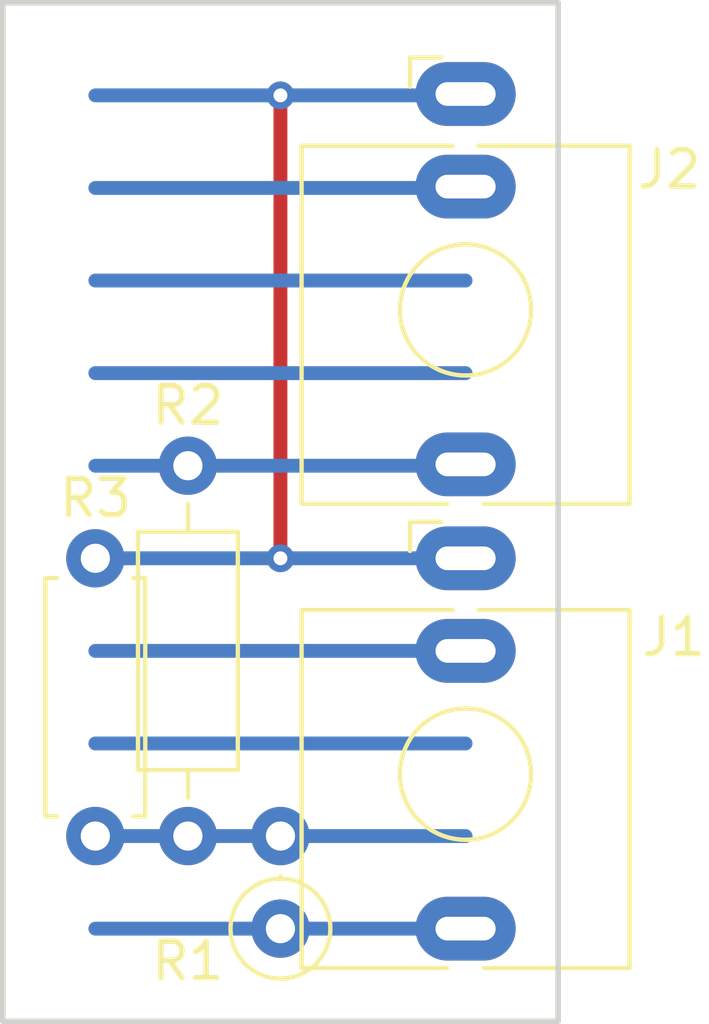
<source format=kicad_pcb>
(kicad_pcb (version 20221018) (generator pcbnew)
  (title_block (title "Attenuator") (date "2024-04-02") (rev "1.0") (company "https://lenp.net/synth/") (comment 1 "Len Popp") (comment 2 "Copyright © 2024 Len Popp CC BY") (comment 3 "Board settings comply with requirements of OSH Park https://oshpark.com/") (comment 4 "Eurorack attenuator dongle"))
  (layers (0 "F.Cu" signal) (31 "B.Cu" signal) (36 "B.SilkS" user "B.Silkscreen") (37 "F.SilkS" user "F.Silkscreen") (38 "B.Mask" user) (39 "F.Mask" user) (44 "Edge.Cuts" user))
  (net 0 "")
  (net 1 "GND")
  (net 2 "Net-(J1-PadT)")
  (net 3 "unconnected-(J1-PadTN)")
  (net 4 "Net-(J2-PadT)")
  (net 5 "unconnected-(J2-PadTN)")
  (net 6 "Net-(R1-Pad2)")
  (footprint "-lmp-misc:R_Axial_DIN0207_L6.3mm_D2.5mm_P10.16mm_Horizontal" (layer "F.Cu") (at 157.48 111.76 90)
    (fp_text reference "R2" (at 11.811 0 180) (layer "F.SilkS"))
    (fp_text value "10K")
    (fp_line (start 1.04 0) (end 1.81 0) (stroke (width 0.12)) (layer "F.SilkS"))
    (fp_line (start 1.81 -1.37) (end 1.81 1.37) (stroke (width 0.12)) (layer "F.SilkS"))
    (fp_line (start 1.81 1.37) (end 8.35 1.37) (stroke (width 0.12)) (layer "F.SilkS"))
    (fp_line (start 8.35 -1.37) (end 1.81 -1.37) (stroke (width 0.12)) (layer "F.SilkS"))
    (fp_line (start 8.35 1.37) (end 8.35 -1.37) (stroke (width 0.12)) (layer "F.SilkS"))
    (fp_line (start 9.12 0) (end 8.35 0) (stroke (width 0.12)) (layer "F.SilkS"))
    (pad "1" thru_hole circle (at 0 0 90) (size 1.6 1.6) (drill 0.8) (layers "*.Cu" "*.Mask") (net 6 "Net-(R1-Pad2)"))
    (pad "2" thru_hole oval (at 10.16 0 90) (size 1.6 1.6) (drill 0.8) (layers "*.Cu" "*.Mask") (net 4 "Net-(J2-PadT)"))
  )
  (footprint "-lmp-stripboard:SB_Gen_1" (layer "F.Cu") (at 160.02 114.3 90)
    (fp_text reference "R1" (at -0.889 -2.54 180) (layer "F.SilkS"))
    (fp_text value "10K")
    (fp_line (start 1.37 0) (end 1.44 0) (stroke (width 0.12)) (layer "F.SilkS"))
    (fp_circle (center 0 0) (end 1.37 0) (stroke (width 0.12)) (fill none) (layer "F.SilkS"))
    (pad "1" thru_hole circle (at 0 0 90) (size 1.6 1.6) (drill 0.8) (layers "*.Cu" "*.Mask") (net 2 "Net-(J1-PadT)"))
    (pad "2" thru_hole oval (at 2.54 0 90) (size 1.6 1.6) (drill 0.8) (layers "*.Cu" "*.Mask") (net 6 "Net-(R1-Pad2)"))
  )
  (footprint "-lmp-misc:R_Axial_DIN0207_L6.3mm_D2.5mm_P7.62mm_Horizontal" (layer "F.Cu") (at 154.94 111.76 90)
    (fp_text reference "R3" (at 9.271 0 180) (layer "F.SilkS"))
    (fp_text value "1K2")
    (fp_line (start 0.54 -1.37) (end 7.08 -1.37) (stroke (width 0.12)) (layer "F.SilkS"))
    (fp_line (start 0.54 -1.04) (end 0.54 -1.37) (stroke (width 0.12)) (layer "F.SilkS"))
    (fp_line (start 0.54 1.04) (end 0.54 1.37) (stroke (width 0.12)) (layer "F.SilkS"))
    (fp_line (start 0.54 1.37) (end 7.08 1.37) (stroke (width 0.12)) (layer "F.SilkS"))
    (fp_line (start 7.08 -1.37) (end 7.08 -1.04) (stroke (width 0.12)) (layer "F.SilkS"))
    (fp_line (start 7.08 1.37) (end 7.08 1.04) (stroke (width 0.12)) (layer "F.SilkS"))
    (pad "1" thru_hole circle (at 0 0 90) (size 1.6 1.6) (drill 0.8) (layers "*.Cu" "*.Mask") (net 6 "Net-(R1-Pad2)"))
    (pad "2" thru_hole oval (at 7.62 0 90) (size 1.6 1.6) (drill 0.8) (layers "*.Cu" "*.Mask") (net 1 "GND"))
  )
  (footprint "-lmp-synth:Jack_3.5mm_BB_QingPu_WQP-PJ398SM" (layer "F.Cu") (at 165.1 104.14)
    (fp_text reference "J1" (at 5.715 2.159 180) (layer "F.SilkS"))
    (fp_text value "WQP-PJ398")
    (fp_line (start -4.5 1.42) (end -4.5 11.24) (stroke (width 0.12)) (layer "F.SilkS"))
    (fp_line (start -1.524 -1) (end -1.524 -0.2) (stroke (width 0.12)) (layer "F.SilkS"))
    (fp_line (start -1.524 -1) (end -0.664 -1) (stroke (width 0.12)) (layer "F.SilkS"))
    (fp_line (start -0.5 11.24) (end -4.5 11.24) (stroke (width 0.12)) (layer "F.SilkS"))
    (fp_line (start -0.35 1.42) (end -4.5 1.42) (stroke (width 0.12)) (layer "F.SilkS"))
    (fp_line (start 4.5 1.42) (end 0.35 1.42) (stroke (width 0.12)) (layer "F.SilkS"))
    (fp_line (start 4.5 1.42) (end 4.5 11.24) (stroke (width 0.12)) (layer "F.SilkS"))
    (fp_line (start 4.5 11.24) (end 0.5 11.24) (stroke (width 0.12)) (layer "F.SilkS"))
    (fp_circle (center 0 5.9212) (end 1.8 5.9212) (stroke (width 0.12)) (fill none) (layer "F.SilkS"))
    (pad "S" thru_hole oval (at 0 0 180) (size 2.75 1.75) (drill oval 1.65 0.65) (layers "*.Cu" "*.Mask") (net 1 "GND"))
    (pad "T" thru_hole oval (at 0 10.16 180) (size 2.75 1.75) (drill oval 1.65 0.65) (layers "*.Cu" "*.Mask") (net 2 "Net-(J1-PadT)"))
    (pad "TN" thru_hole oval (at 0 2.54 180) (size 2.75 1.75) (drill oval 1.65 0.65) (layers "*.Cu" "*.Mask") (net 3 "unconnected-(J1-PadTN)"))
  )
  (footprint "-lmp-synth:Jack_3.5mm_BB_QingPu_WQP-PJ398SM" (layer "F.Cu") (at 165.1 91.4032)
    (fp_text reference "J2" (at 5.588 2.0688 180) (layer "F.SilkS"))
    (fp_text value "WQP-PJ398")
    (fp_line (start -4.5 1.42) (end -4.5 11.24) (stroke (width 0.12)) (layer "F.SilkS"))
    (fp_line (start -1.524 -1) (end -1.524 -0.2) (stroke (width 0.12)) (layer "F.SilkS"))
    (fp_line (start -1.524 -1) (end -0.664 -1) (stroke (width 0.12)) (layer "F.SilkS"))
    (fp_line (start -0.5 11.24) (end -4.5 11.24) (stroke (width 0.12)) (layer "F.SilkS"))
    (fp_line (start -0.35 1.42) (end -4.5 1.42) (stroke (width 0.12)) (layer "F.SilkS"))
    (fp_line (start 4.5 1.42) (end 0.35 1.42) (stroke (width 0.12)) (layer "F.SilkS"))
    (fp_line (start 4.5 1.42) (end 4.5 11.24) (stroke (width 0.12)) (layer "F.SilkS"))
    (fp_line (start 4.5 11.24) (end 0.5 11.24) (stroke (width 0.12)) (layer "F.SilkS"))
    (fp_circle (center 0 5.9212) (end 1.8 5.9212) (stroke (width 0.12)) (fill none) (layer "F.SilkS"))
    (pad "S" thru_hole oval (at 0 0 180) (size 2.75 1.75) (drill oval 1.65 0.65) (layers "*.Cu" "*.Mask") (net 1 "GND"))
    (pad "T" thru_hole oval (at 0 10.16 180) (size 2.75 1.75) (drill oval 1.65 0.65) (layers "*.Cu" "*.Mask") (net 4 "Net-(J2-PadT)"))
    (pad "TN" thru_hole oval (at 0 2.54 180) (size 2.75 1.75) (drill oval 1.65 0.65) (layers "*.Cu" "*.Mask") (net 5 "unconnected-(J2-PadTN)"))
  )
  (gr_rect (start 152.4 88.9) (end 167.64 116.84) (stroke (width 0.1524)) (fill none) (layer "Edge.Cuts"))
  (segment (start 165.1 109.22) (end 154.94 109.22) (width 0.381) (layer "B.Cu") (net 0))
  (segment (start 165.1 96.52) (end 154.94 96.52) (width 0.381) (layer "B.Cu") (net 0))
  (segment (start 165.1 99.06) (end 154.94 99.06) (width 0.381) (layer "B.Cu") (net 0))
  (segment (start 160.02 104.14) (end 160.02 91.44) (width 0.381) (layer "F.Cu") (net 1))
  (via (at 160.02 91.44) (size 0.762) (drill 0.381) (layers "F.Cu" "B.Cu") (net 1))
  (via (at 160.02 104.14) (size 0.762) (drill 0.381) (layers "F.Cu" "B.Cu") (net 1))
  (segment (start 165.1 91.44) (end 160.02 91.44) (width 0.381) (layer "B.Cu") (net 1))
  (segment (start 160.02 91.44) (end 154.94 91.44) (width 0.381) (layer "B.Cu") (net 1))
  (segment (start 165.1 104.14) (end 160.02 104.14) (width 0.381) (layer "B.Cu") (net 1))
  (segment (start 160.02 104.14) (end 154.94 104.14) (width 0.381) (layer "B.Cu") (net 1))
  (segment (start 165.1 114.3) (end 154.94 114.3) (width 0.381) (layer "B.Cu") (net 2))
  (segment (start 165.1 106.68) (end 154.94 106.68) (width 0.381) (layer "B.Cu") (net 3))
  (segment (start 165.1 101.6) (end 154.94 101.6) (width 0.381) (layer "B.Cu") (net 4))
  (segment (start 165.1 93.98) (end 154.94 93.98) (width 0.381) (layer "B.Cu") (net 5))
  (segment (start 165.1 111.76) (end 154.94 111.76) (width 0.381) (layer "B.Cu") (net 6))
)
</source>
